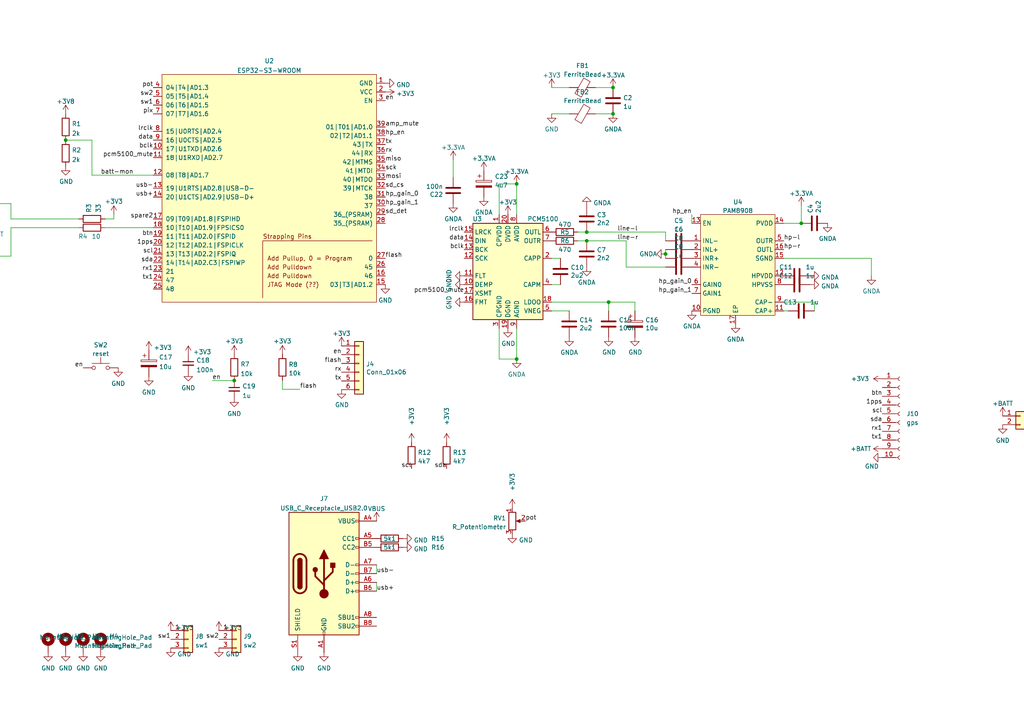
<source format=kicad_sch>
(kicad_sch (version 20230121) (generator eeschema)
  (paper "A4")
  (junction (at 324.485 113.03))
  (junction (at 339.725 165.1))
  (junction (at 176.53 87.63))
  (junction (at 177.8 33.02))
  (junction (at 177.8 25.4))
  (junction (at 19.05 40.64))
  (junction (at 149.86 53.34))
  (junction (at 193.04 73.66))
  (junction (at 365.76 123.19))
  (junction (at 67.945 110.363))
  (junction (at 170.18 67.31))
  (junction (at 149.86 104.14))
  (junction (at 170.18 69.85))
  (junction (at 232.41 64.77))
  (junction (at 347.345 123.19))
  (wire (pts (xy 347.345 123.19) (xy 358.14 123.19)))
  (wire (pts (xy 193.04 72.39) (xy 193.04 73.66)))
  (wire (pts (xy 314.96 204.47) (xy 322.58 204.47)))
  (wire (pts (xy 316.23 220.98) (xy 322.58 220.98)))
  (wire (pts (xy 160.02 33.02) (xy 165.1 33.02)))
  (wire (pts (xy 176.53 87.63) (xy 184.15 87.63)))
  (wire (pts (xy 232.41 59.69) (xy 232.41 64.77)))
  (wire (pts (xy 332.74 201.93) (xy 339.09 201.93)))
  (wire (pts (xy 332.74 218.44) (xy 337.82 218.44)))
  (wire (pts (xy 309.88 172.72) (xy 309.88 173.355)))
  (wire (pts (xy 304.8 66.04) (xy 307.34 66.04)))
  (wire (pts (xy 131.445 46.355) (xy 131.445 51.435)))
  (wire (pts (xy 160.02 82.55) (xy 162.56 82.55)))
  (wire (pts (xy 181.61 69.85) (xy 181.61 77.47)))
  (wire (pts (xy 61.595 110.363) (xy 67.945 110.363)))
  (wire (pts (xy 26.67 50.8) (xy 26.67 40.64)))
  (wire (pts (xy 3.175 66.04) (xy 3.175 74.295)))
  (wire (pts (xy 334.645 123.19) (xy 347.345 123.19)))
  (wire (pts (xy 22.86 66.04) (xy 3.175 66.04)))
  (wire (pts (xy 304.8 77.47) (xy 307.34 77.47)))
  (wire (pts (xy 336.55 170.18) (xy 339.725 170.18)))
  (wire (pts (xy 334.645 118.11) (xy 351.155 118.11)))
  (wire (pts (xy 336.55 165.1) (xy 339.725 165.1)))
  (wire (pts (xy 200.66 62.23) (xy 200.66 64.77)))
  (wire (pts (xy 316.23 172.72) (xy 309.88 172.72)))
  (wire (pts (xy 227.33 64.77) (xy 232.41 64.77)))
  (wire (pts (xy 170.18 67.31) (xy 193.04 67.31)))
  (wire (pts (xy 324.485 113.03) (xy 325.12 113.03)))
  (wire (pts (xy 322.58 113.03) (xy 322.58 111.76)))
  (wire (pts (xy 184.15 87.63) (xy 184.15 90.17)))
  (wire (pts (xy 236.22 87.63) (xy 236.22 90.17)))
  (wire (pts (xy 227.33 74.93) (xy 252.73 74.93)))
  (wire (pts (xy 109.22 168.91) (xy 109.22 171.45)))
  (wire (pts (xy 160.02 25.4) (xy 165.1 25.4)))
  (wire (pts (xy 137.795 -8.89) (xy 148.59 -8.89)))
  (wire (pts (xy 149.86 53.34) (xy 144.78 53.34)))
  (wire (pts (xy 81.915 112.903) (xy 81.915 110.363)))
  (wire (pts (xy 134.62 -24.13) (xy 134.62 -27.94)))
  (wire (pts (xy 30.48 63.5) (xy 33.02 63.5)))
  (wire (pts (xy 252.73 74.93) (xy 252.73 80.01)))
  (wire (pts (xy 3.175 74.295) (xy -13.335 74.295)))
  (wire (pts (xy 22.86 63.5) (xy 3.175 63.5)))
  (wire (pts (xy 304.8 82.55) (xy 307.34 82.55)))
  (wire (pts (xy 149.86 95.25) (xy 149.86 104.14)))
  (wire (pts (xy 160.02 90.17) (xy 165.1 90.17)))
  (wire (pts (xy 172.72 33.02) (xy 177.8 33.02)))
  (wire (pts (xy 167.64 69.85) (xy 170.18 69.85)))
  (wire (pts (xy 314.325 165.1) (xy 316.23 165.1)))
  (wire (pts (xy 30.48 66.04) (xy 44.45 66.04)))
  (wire (pts (xy 33.02 62.23) (xy 33.02 63.5)))
  (wire (pts (xy 181.61 69.85) (xy 170.18 69.85)))
  (wire (pts (xy 322.58 113.03) (xy 324.485 113.03)))
  (wire (pts (xy 160.02 87.63) (xy 176.53 87.63)))
  (wire (pts (xy 144.78 53.34) (xy 144.78 62.23)))
  (wire (pts (xy 304.8 71.12) (xy 307.34 71.12)))
  (wire (pts (xy 167.64 67.31) (xy 170.18 67.31)))
  (wire (pts (xy 317.5 80.01) (xy 328.93 80.01)))
  (wire (pts (xy 3.175 63.5) (xy 3.175 59.055)))
  (wire (pts (xy 176.53 90.17) (xy 176.53 87.63)))
  (wire (pts (xy 193.04 67.31) (xy 193.04 69.85)))
  (wire (pts (xy 144.78 95.25) (xy 144.78 104.14)))
  (wire (pts (xy 227.33 87.63) (xy 236.22 87.63)))
  (wire (pts (xy 317.5 68.58) (xy 323.85 68.58)))
  (wire (pts (xy 181.61 77.47) (xy 193.04 77.47)))
  (wire (pts (xy 44.45 50.8) (xy 26.67 50.8)))
  (wire (pts (xy 172.72 25.4) (xy 177.8 25.4)))
  (wire (pts (xy 227.33 90.17) (xy 228.6 90.17)))
  (wire (pts (xy 328.93 74.93) (xy 323.85 74.93)))
  (wire (pts (xy 26.67 40.64) (xy 19.05 40.64)))
  (wire (pts (xy 149.86 53.34) (xy 149.86 62.23)))
  (wire (pts (xy 3.175 59.055) (xy -13.335 59.055)))
  (wire (pts (xy 148.59 -24.13) (xy 134.62 -24.13)))
  (wire (pts (xy 144.78 104.14) (xy 149.86 104.14)))
  (wire (pts (xy 323.85 74.93) (xy 323.85 68.58)))
  (wire (pts (xy 109.22 163.83) (xy 109.22 166.37)))
  (wire (pts (xy 193.04 73.66) (xy 193.04 74.93)))
  (wire (pts (xy 160.02 74.93) (xy 162.56 74.93)))
  (wire (pts (xy 309.88 167.64) (xy 316.23 167.64)))
  (wire (pts (xy 311.15 123.19) (xy 314.325 123.19)))
  (wire (pts (xy 339.725 170.18) (xy 339.725 165.1)))
  (wire (pts (xy 312.42 158.75) (xy 312.42 158.115)))
  (wire (pts (xy 86.995 112.903) (xy 81.915 112.903)))
  (text "500mA" (at 329.565 178.435 0) (effects (font (size 1.27 1.27)) (justify left bottom)))
  (label "sda" (at 44.45 76.2 180))
  (label "1pps" (at 44.45 71.12 180))
  (label "sd_cs" (at 148.59 -29.21 180))
  (label "hp_en" (at 200.66 62.23 180))
  (label "sd_det" (at 137.795 -8.89 180))
  (label "pot" (at 44.45 25.4 180))
  (label "tx" (at 111.76 41.91 0))
  (label "pix" (at 44.45 33.02 180))
  (label "rx1" (at 255.905 125.095 180))
  (label "sd_cs" (at 111.76 54.61 0))
  (label "hp_gain_1" (at 111.76 59.69 0))
  (label "hp-l" (at 227.33 69.85 0))
  (label "scl" (at 119.38 135.89 180))
  (label "sw2" (at 63.5 185.42 180))
  (label "mosi" (at 111.76 52.07 0))
  (label "rx" (at 111.76 44.45 0))
  (label "line-r" (at 304.8 77.47 180))
  (label "hp-r" (at 304.8 82.55 180))
  (label "btn" (at 44.45 68.58 180))
  (label "usb+" (at 109.22 171.45 0))
  (label "rx" (at 99.06 107.95 180))
  (label "miso" (at 148.59 -16.51 180))
  (label "scl" (at 44.45 73.66 180))
  (label "pcm5100_mute" (at 44.45 45.72 180))
  (label "bclk" (at 44.45 43.18 180))
  (label "hp_gain_0" (at 200.66 82.55 180))
  (label "hp_en" (at 111.76 39.37 0))
  (label "hp-l" (at 304.8 71.12 180))
  (label "en" (at 61.595 110.363 0))
  (label "sw1" (at 44.45 30.48 180))
  (label "miso" (at 111.76 46.99 0))
  (label "rx1" (at 44.45 78.74 180))
  (label "btn" (at 255.905 114.935 180))
  (label "lrclk" (at 44.45 38.1 180))
  (label "sw2" (at 44.45 27.94 180))
  (label "1pps" (at 255.905 117.475 180))
  (label "amp_mute" (at 111.76 36.83 0))
  (label "mosi" (at 148.59 -26.67 180))
  (label "usb-" (at 44.45 54.61 180))
  (label "usb-" (at 109.22 166.37 0))
  (label "data" (at 44.45 40.64 180))
  (label "spare2" (at 44.45 63.5 180))
  (label "en" (at 24.13 106.68 180))
  (label "bclk" (at 134.62 72.39 180))
  (label "data" (at 134.62 69.85 180))
  (label "scl" (at 255.905 120.015 180))
  (label "usb+" (at 44.45 57.15 180))
  (label "pcm5100_mute" (at 134.62 85.09 180))
  (label "flash" (at 99.06 105.41 180))
  (label "tx1" (at 44.45 81.28 180))
  (label "sda" (at 129.54 135.89 180))
  (label "hp_gain_1" (at 200.66 85.09 180))
  (label "sw1" (at 49.53 185.42 180))
  (label "sck" (at 111.76 49.53 0))
  (label "en" (at 99.06 102.87 180))
  (label "flash" (at 111.76 74.93 0))
  (label "tx" (at 99.06 110.49 180))
  (label "en" (at 111.76 29.21 0))
  (label "sd_det" (at 111.76 62.23 0))
  (label "batt-mon" (at 29.21 50.8 0))
  (label "sda" (at 255.905 122.555 180))
  (label "tx1" (at 255.905 127.635 180))
  (label "line-l" (at 179.07 67.31 0))
  (label "sck" (at 148.59 -21.59 180))
  (label "line-l" (at 304.8 66.04 180))
  (label "lrclk" (at 134.62 67.31 180))
  (label "hp-r" (at 227.33 72.39 0))
  (label "hp_gain_0" (at 111.76 57.15 0))
  (label "flash" (at 86.995 112.903 0))
  (label "line-r" (at 179.07 69.85 0))
  (label "pot" (at 152.4 151.13 0))
  (symbol (lib_id "power:+3V8") (at 339.09 201.93 0) (unit 1)
    (property "Reference" "#PWR092" (effects hide))
    (property "Value" "+3V8" (at 339.09 198.3255 0))
  )
  (symbol (lib_id "Device:C") (at 231.14 82.55 90) (unit 1)
    (property "Reference" "C12" (at 229.87 80.01 90) (effects (justify left)))
    (property "Value" "1u" (at 236.22 80.01 90) (effects (justify left)))
    (property "Footprint" "synkie_footprints:C_0603_1608Metric_Pad1.05x0.95mm_HandSolder" (effects hide))
  )
  (symbol (lib_id "nime2020-library:CP") (at 140.335 53.34 0) (unit 1)
    (property "Reference" "C23" (at 143.51 51.181 0) (effects (justify left)))
    (property "Value" "4u7" (at 143.51 53.721 0) (effects (justify left)))
    (property "Footprint" "synkie_footprints:C_1206_3216Metric_Pad1.42x1.75mm_HandSolder" (effects hide))
  )
  (symbol (lib_id "Device:C") (at 170.18 63.5 0) (unit 1)
    (property "Reference" "C3" (at 173.101 62.3316 0) (effects (justify left)))
    (property "Value" "2n2" (at 173.101 64.643 0) (effects (justify left)))
    (property "Footprint" "synkie_footprints:C_0805_2012Metric_Pad1.15x1.40mm_HandSolder" (effects hide))
  )
  (symbol (lib_id "power:GNDA") (at 149.86 104.14 0) (unit 1)
    (property "Reference" "#PWR044" (effects hide))
    (property "Value" "GNDA" (at 149.86 108.5834 0))
  )
  (symbol (lib_id "Device:LED") (at 347.345 127 90) (unit 1)
    (property "Reference" "D2" (at 350.266 127.679 90) (effects (justify right)))
    (property "Value" "RDY" (at 350.266 130.4541 90) (effects (justify right)))
    (property "Footprint" "LED_SMD:LED_0805_2012Metric" (effects hide))
  )
  (symbol (lib_id "Mechanical:MountingHole_Pad") (at 29.21 186.69 0) (unit 1)
    (property "Reference" "H4" (at 31.75 184.5115 0) (effects (justify left)))
    (property "Value" "MountingHole_Pad" (at 26.67 184.8736 0) (effects (justify left)))
    (property "Footprint" "MountingHole:MountingHole_2.7mm_M2.5_DIN965_Pad" (effects hide))
  )
  (symbol (lib_id "power:+BATT") (at 316.23 220.98 0) (unit 1)
    (property "Reference" "#PWR095" (effects hide))
    (property "Value" "+BATT" (at 316.23 217.3755 0))
  )
  (symbol (lib_id "nime2020-library:+3V3") (at 134.62 -27.94 0) (unit 1)
    (property "Reference" "#PWR01" (effects hide))
    (property "Value" "+3V3" (at 136.017 -28.7762 0) (effects (justify left)))
  )
  (symbol (lib_id "Connector:USB_C_Receptacle_USB2.0") (at 93.98 166.37 0) (unit 1)
    (property "Reference" "J7" (at 93.98 144.6235 0))
    (property "Value" "USB_C_Receptacle_USB2.0" (at 93.98 147.3986 0))
    (property "Footprint" "Anyma06:JAE_USB-C_SJ122205" (effects hide))
    (property "Datasheet" "https://www.usb.org/sites/default/files/documents/usb_type-c.zip" (effects hide))
  )
  (symbol (lib_id "power:+BATT") (at 255.905 130.175 90) (unit 1)
    (property "Reference" "#PWR056" (effects hide))
    (property "Value" "+BATT" (at 252.73 130.175 90) (effects (justify left)))
  )
  (symbol (lib_id "power:GND") (at 324.485 128.27 0) (unit 1)
    (property "Reference" "#PWR061" (effects hide))
    (property "Value" "GND" (at 324.485 132.8325 0))
  )
  (symbol (lib_id "power:+3V8") (at 19.05 33.02 0) (unit 1)
    (property "Reference" "#PWR012" (effects hide))
    (property "Value" "+3V8" (at 19.05 29.4155 0))
  )
  (symbol (lib_id "power:+3.3VA") (at 140.335 49.53 0) (unit 1)
    (property "Reference" "#PWR051" (effects hide))
    (property "Value" "+3.3VA" (at 140.335 45.9542 0))
  )
  (symbol (lib_id "0_aaaaa_yeah:R") (at 365.76 119.38 0) (unit 1)
    (property "Reference" "R9" (at 367.538 118.4715 0) (effects (justify left)))
    (property "Value" "2k" (at 367.538 121.2466 0) (effects (justify left)))
    (property "Footprint" "synkie_footprints:R_0805_2012Metric_Pad1.15x1.40mm_HandSolder" (effects hide))
  )
  (symbol (lib_id "power:GND") (at 203.2 -13.97 0) (unit 1)
    (property "Reference" "#PWR04" (effects hide))
    (property "Value" "GND" (at 203.327 -9.5758 0))
  )
  (symbol (lib_id "synkie_symbols:C_Small") (at 67.945 112.903 0) (unit 1)
    (property "Reference" "C19" (at 70.2691 112.0008 0) (effects (justify left)))
    (property "Value" "1u" (at 70.2691 114.7759 0) (effects (justify left)))
    (property "Footprint" "synkie_footprints:C_0603_1608Metric_Pad1.05x0.95mm_HandSolder" (effects hide))
  )
  (symbol (lib_id "power:GND") (at 116.84 156.21 90) (unit 1)
    (property "Reference" "#PWR076" (effects hide))
    (property "Value" "GND" (at 120.015 156.689 90) (effects (justify right)))
  )
  (symbol (lib_id "Connector_Generic:Conn_01x02") (at 295.91 120.65 0) (unit 1)
    (property "Reference" "J5" (at 297.942 121.0115 0) (effects (justify left)))
    (property "Value" "CELL_1" (at 297.942 123.7866 0) (effects (justify left)))
    (property "Footprint" "Connector_JST:JST_XH_B2B-XH-AM_1x02_P2.50mm_Vertical" (effects hide))
  )
  (symbol (lib_id "Device:R") (at 26.67 63.5 90) (unit 1)
    (property "Reference" "R3" (at 25.7615 61.722 0) (effects (justify left)))
    (property "Value" "33" (at 28.5366 61.722 0) (effects (justify left)))
    (property "Footprint" "synkie_footprints:R_0805_2012Metric_Pad1.15x1.40mm_HandSolder" (effects hide))
  )
  (symbol (lib_id "power:GND") (at 99.06 113.03 0) (unit 1)
    (property "Reference" "#PWR050" (effects hide))
    (property "Value" "GND" (at 99.187 117.4242 0))
  )
  (symbol (lib_id "power:GND") (at 148.59 -19.05 270) (unit 1)
    (property "Reference" "#PWR03" (effects hide))
    (property "Value" "GND" (at 144.1958 -18.923 0))
  )
  (symbol (lib_id "Device:C") (at 162.56 78.74 0) (unit 1)
    (property "Reference" "C10" (at 165.481 77.5716 0) (effects (justify left)))
    (property "Value" "2u2" (at 165.481 79.883 0) (effects (justify left)))
    (property "Footprint" "synkie_footprints:C_1206_3216Metric_Pad1.42x1.75mm_HandSolder" (effects hide))
  )
  (symbol (lib_id "power:+3V3") (at 148.59 147.32 0) (unit 1)
    (property "Reference" "#PWR071" (effects hide))
    (property "Value" "+3V3" (at 148.59 137.16 90) (effects (justify right)))
  )
  (symbol (lib_id "power:GNDA") (at 234.95 82.55 90) (unit 1)
    (property "Reference" "#PWR030" (effects hide))
    (property "Value" "GNDA" (at 238.125 82.9838 90) (effects (justify right)))
  )
  (symbol (lib_id "Device:C") (at 196.85 74.93 90) (unit 1)
    (property "Reference" "C8" (at 196.85 69.0712 90))
    (property "Value" "1u" (at 196.85 71.6081 90))
    (property "Footprint" "synkie_footprints:C_0603_1608Metric_Pad1.05x0.95mm_HandSolder" (effects hide))
  )
  (symbol (lib_id "power:GND") (at 29.21 189.23 0) (unit 1)
    (property "Reference" "#PWR089" (effects hide))
    (property "Value" "GND" (at 29.21 193.7925 0))
  )
  (symbol (lib_id "power:GNDA") (at 170.18 59.69 180) (unit 1)
    (property "Reference" "#PWR018" (effects hide))
    (property "Value" "GNDA" (at 172.085 58.8538 0) (effects (justify right)))
  )
  (symbol (lib_id "power:GNDA") (at 240.03 64.77 0) (unit 1)
    (property "Reference" "#PWR022" (effects hide))
    (property "Value" "GNDA" (at 240.03 69.2134 0))
  )
  (symbol (lib_id "power:+3V3") (at 49.53 182.88 0) (unit 1)
    (property "Reference" "#PWR082" (effects hide))
    (property "Value" "+3V3" (at 50.927 182.0438 0) (effects (justify left)))
  )
  (symbol (lib_id "Device:C") (at 232.41 90.17 90) (unit 1)
    (property "Reference" "C13" (at 231.14 87.63 90) (effects (justify left)))
    (property "Value" "1u" (at 237.49 87.63 90) (effects (justify left)))
    (property "Footprint" "synkie_footprints:C_0603_1608Metric_Pad1.05x0.95mm_HandSolder" (effects hide))
  )
  (symbol (lib_id "Device:C") (at 309.88 177.165 0) (unit 1)
    (property "Reference" "C21" (at 312.801 176.2565 0) (effects (justify left)))
    (property "Value" "470p" (at 312.801 179.0316 0) (effects (justify left)))
    (property "Footprint" "synkie_footprints:C_0805_2012Metric_Pad1.15x1.40mm_HandSolder" (effects hide))
  )
  (symbol (lib_id "Switch:SW_DPDT_x2") (at 327.66 204.47 0) (unit 1)
    (property "Reference" "SW3" (at 327.66 197.8492 0))
    (property "Value" "SW_DPDT_x2" (at 327.66 200.3861 0))
    (property "Footprint" "Anyma06:JS202011SCQN" (effects hide))
  )
  (symbol (lib_id "power:GND") (at 255.905 132.715 270) (unit 1)
    (property "Reference" "#PWR097" (effects hide))
    (property "Value" "GND" (at 250.825 135.255 90) (effects (justify left)))
  )
  (symbol (lib_id "power:+3V3") (at 129.54 128.27 0) (unit 1)
    (property "Reference" "#PWR060" (effects hide))
    (property "Value" "+3V3" (at 129.54 118.11 90) (effects (justify right)))
  )
  (symbol (lib_id "AnymaLib-06:PAM8908") (at 209.55 88.9 0) (unit 1)
    (property "Reference" "U4" (at 213.995 58.581 0))
    (property "Value" "PAM8908" (at 213.995 61.1179 0))
    (property "Footprint" "Package_DFN_QFN:QFN-16-1EP_3x3mm_P0.5mm_EP1.7x1.7mm" (effects hide))
  )
  (symbol (lib_id "Device:LED") (at 361.95 123.19 0) (unit 1)
    (property "Reference" "D1" (at 360.3625 117.9535 0))
    (property "Value" "CHRG" (at 360.3625 120.7286 0))
    (property "Footprint" "LED_SMD:LED_0805_2012Metric" (effects hide))
  )
  (symbol (lib_id "power:+BATT") (at 314.96 204.47 0) (unit 1)
    (property "Reference" "#PWR093" (effects hide))
    (property "Value" "+BATT" (at 314.96 200.8655 0))
  )
  (symbol (lib_id "Device:C") (at 176.53 93.98 0) (unit 1)
    (property "Reference" "C15" (at 179.451 92.8116 0) (effects (justify left)))
    (property "Value" "100n" (at 179.451 95.123 0) (effects (justify left)))
    (property "Footprint" "synkie_footprints:C_0603_1608Metric_Pad1.05x0.95mm_HandSolder" (effects hide))
  )
  (symbol (lib_id "Device:FerriteBead") (at 168.91 25.4 270) (unit 1)
    (property "Reference" "FB1" (at 168.9608 19.0586 90))
    (property "Value" "FerriteBead" (at 168.9608 21.5955 90))
    (property "Footprint" "synkie_footprints:L_0805_2012Metric_Pad1.15x1.40mm_HandSolder" (effects hide))
  )
  (symbol (lib_id "power:GND") (at 67.945 115.443 0) (unit 1)
    (property "Reference" "#PWR052" (effects hide))
    (property "Value" "GND" (at 67.945 120.0055 0))
  )
  (symbol (lib_id "Switch:SW_DPDT_x2") (at 312.42 68.58 0) (mirror y) (unit 1)
    (property "Reference" "SW1" (at 312.42 61.9592 0))
    (property "Value" "SW_DPDT_x2" (at 312.42 64.4961 0))
    (property "Footprint" "Anyma06:JS202011SCQN" (effects hide))
  )
  (symbol (lib_id "power:GND") (at 49.53 187.96 0) (unit 1)
    (property "Reference" "#PWR084" (effects hide))
    (property "Value" "GND" (at 51.435 189.709 0) (effects (justify left)))
  )
  (symbol (lib_id "power:GND") (at 24.13 189.23 0) (unit 1)
    (property "Reference" "#PWR088" (effects hide))
    (property "Value" "GND" (at 24.13 193.7925 0))
  )
  (symbol (lib_id "power:GNDA") (at 165.1 97.79 0) (unit 1)
    (property "Reference" "#PWR036" (effects hide))
    (property "Value" "GNDA" (at 165.1 102.2334 0))
  )
  (symbol (lib_id "Connector:Micro_SD_Card_Det_Hirose_DM3AT") (at 171.45 -21.59 0) (unit 1)
    (property "Reference" "J6" (at 172.085 -41.91 0))
    (property "Value" "Micro_SD_Card_Det_Hirose_DM3AT" (at 172.085 -39.37 0))
    (property "Footprint" "Connector_Card:microSD_HC_Hirose_DM3BT-DSF-PEJS" (effects hide))
    (property "Datasheet" "https://www.hirose.com/product/en/download_file/key_name/DM3/category/Catalog/doc_file_id/49662/?file_category_id=4&item_id=195&is_series=1" (effects hide))
  )
  (symbol (lib_id "power:+3V3") (at 81.915 102.743 0) (unit 1)
    (property "Reference" "#PWR042" (effects hide))
    (property "Value" "+3V3" (at 81.915 98.933 0))
  )
  (symbol (lib_id "Mechanical:MountingHole_Pad") (at 13.97 186.69 0) (unit 1)
    (property "Reference" "H1" (at 16.51 184.5115 0) (effects (justify left)))
    (property "Value" "MountingHole_Pad" (at 11.43 184.8736 0) (effects (justify left)))
    (property "Footprint" "MountingHole:MountingHole_2.7mm_M2.5_DIN965_Pad" (effects hide))
  )
  (symbol (lib_id "0_aaaaa_yeah:R") (at 311.15 127 0) (unit 1)
    (property "Reference" "R10" (at 312.928 126.0915 0) (effects (justify left)))
    (property "Value" "2k" (at 312.928 128.8666 0) (effects (justify left)))
    (property "Footprint" "synkie_footprints:R_0805_2012Metric_Pad1.15x1.40mm_HandSolder" (effects hide))
  )
  (symbol (lib_id "Audio:PCM5100") (at 147.32 77.47 0) (unit 1)
    (property "Reference" "U3" (at 138.43 63.5 0))
    (property "Value" "PCM5100" (at 157.48 63.5 0))
    (property "Footprint" "Package_SO:TSSOP-20_4.4x6.5mm_P0.65mm" (effects hide))
    (property "Datasheet" "http://www.ti.com/lit/ds/symlink/pcm5100.pdf" (effects hide))
  )
  (symbol (lib_id "power:GND") (at 93.98 189.23 0) (unit 1)
    (property "Reference" "#PWR091" (effects hide))
    (property "Value" "GND" (at 93.98 193.7925 0))
  )
  (symbol (lib_id "power:GND") (at 13.97 189.23 0) (unit 1)
    (property "Reference" "#PWR086" (effects hide))
    (property "Value" "GND" (at 13.97 193.7925 0))
  )
  (symbol (lib_id "power:+3V8") (at 337.82 218.44 0) (unit 1)
    (property "Reference" "#PWR094" (effects hide))
    (property "Value" "+3V8" (at 337.82 214.8355 0))
  )
  (symbol (lib_id "power:GND") (at 19.05 48.26 0) (unit 1)
    (property "Reference" "#PWR016" (effects hide))
    (property "Value" "GND" (at 19.177 52.6542 0))
  )
  (symbol (lib_id "Device:FerriteBead") (at 168.91 33.02 270) (unit 1)
    (property "Reference" "FB2" (at 168.9608 26.6786 90))
    (property "Value" "FerriteBead" (at 168.9608 29.2155 90))
    (property "Footprint" "synkie_footprints:L_0805_2012Metric_Pad1.15x1.40mm_HandSolder" (effects hide))
  )
  (symbol (lib_id "power:GND") (at 191.77 -8.89 0) (unit 1)
    (property "Reference" "#PWR05" (effects hide))
    (property "Value" "GND" (at 191.897 -4.4958 0))
  )
  (symbol (lib_id "power:GND") (at 111.76 82.55 0) (unit 1)
    (property "Reference" "#PWR028" (effects hide))
    (property "Value" "GND" (at 111.76 87.1125 0))
  )
  (symbol (lib_id "Device:C") (at 170.18 73.66 0) (unit 1)
    (property "Reference" "C7" (at 173.101 72.4916 0) (effects (justify left)))
    (property "Value" "2n2" (at 173.101 74.803 0) (effects (justify left)))
    (property "Footprint" "synkie_footprints:C_0805_2012Metric_Pad1.15x1.40mm_HandSolder" (effects hide))
  )
  (symbol (lib_id "power:+BATT") (at 351.155 118.11 0) (unit 1)
    (property "Reference" "#PWR055" (effects hide))
    (property "Value" "+BATT" (at 351.155 114.5055 0))
  )
  (symbol (lib_id "power:+3V3") (at 67.945 102.743 0) (unit 1)
    (property "Reference" "#PWR041" (effects hide))
    (property "Value" "+3V3" (at 67.945 98.933 0))
  )
  (symbol (lib_id "0_aaaaa_yeah:R") (at 81.915 106.553 0) (unit 1)
    (property "Reference" "R8" (at 83.693 105.7183 0) (effects (justify left)))
    (property "Value" "10k" (at 83.693 108.2552 0) (effects (justify left)))
    (property "Footprint" "synkie_footprints:R_0805_2012Metric_Pad1.15x1.40mm_HandSolder" (effects hide))
  )
  (symbol (lib_id "AnymaLib-06:TC1263") (at 326.39 167.64 0) (unit 1)
    (property "Reference" "U8" (at 326.39 158.6443 0))
    (property "Value" "TC1263" (at 326.39 161.4194 0))
    (property "Footprint" "synkie_footprints:SOIC-8_3.9x4.9mm_P1.27mm" (effects hide))
  )
  (symbol (lib_id "Battery_Management:MCP73831-2-OT") (at 324.485 120.65 0) (unit 1)
    (property "Reference" "U6" (at 326.5044 111.6035 0) (effects (justify left)))
    (property "Value" "MCP73831-2-OT" (at 326.5044 114.3786 0) (effects (justify left)))
    (property "Footprint" "Package_TO_SOT_SMD:SOT-23-5" (effects hide))
    (property "Datasheet" "http://ww1.microchip.com/downloads/en/DeviceDoc/20001984g.pdf" (effects hide))
  )
  (symbol (lib_id "AnymaLib-06:ESP32-S3-WROOM") (at 78.74 54.61 0) (unit 1)
    (property "Reference" "U2" (at 78.105 17.6743 0))
    (property "Value" "ESP32-S3-WROOM" (at 78.105 20.4494 0))
    (property "Footprint" "2022_midi_controller:ESP32-S3-WROOM" (effects hide))
  )
  (symbol (lib_id "Device:C") (at 236.22 64.77 90) (unit 1)
    (property "Reference" "C4" (at 235.0516 61.849 0) (effects (justify left)))
    (property "Value" "2u2" (at 237.363 61.849 0) (effects (justify left)))
    (property "Footprint" "synkie_footprints:C_0805_2012Metric_Pad1.15x1.40mm_HandSolder" (effects hide))
  )
  (symbol (lib_id "Connector_Generic:Conn_01x06") (at 104.14 105.41 0) (unit 1)
    (property "Reference" "J4" (at 106.172 105.6132 0) (effects (justify left)))
    (property "Value" "Conn_01x06" (at 106.172 107.9246 0) (effects (justify left)))
    (property "Footprint" "Anyma06:AnymaPOGO-ESP" (effects hide))
  )
  (symbol (lib_id "power:GNDA") (at 140.335 57.15 0) (unit 1)
    (property "Reference" "#PWR053" (effects hide))
    (property "Value" "GNDA" (at 140.335 61.5934 0))
  )
  (symbol (lib_id "power:GNDA") (at 234.95 80.01 90) (unit 1)
    (property "Reference" "#PWR026" (effects hide))
    (property "Value" "GNDA" (at 238.125 80.4438 90) (effects (justify right)))
  )
  (symbol (lib_id "Device:R") (at 19.05 36.83 0) (unit 1)
    (property "Reference" "R1" (at 20.828 35.9215 0) (effects (justify left)))
    (property "Value" "2k" (at 20.828 38.6966 0) (effects (justify left)))
    (property "Footprint" "synkie_footprints:R_0805_2012Metric_Pad1.15x1.40mm_HandSolder" (effects hide))
  )
  (symbol (lib_id "power:+3V3") (at 63.5 182.88 0) (unit 1)
    (property "Reference" "#PWR083" (effects hide))
    (property "Value" "+3V3" (at 64.897 182.0438 0) (effects (justify left)))
  )
  (symbol (lib_id "Connector_Generic:Conn_01x03") (at 54.61 185.42 0) (unit 1)
    (property "Reference" "J8" (at 56.642 184.5853 0) (effects (justify left)))
    (property "Value" "sw1" (at 56.642 187.1222 0) (effects (justify left)))
    (property "Footprint" "anyma_footprints:ComboPinhead_03" (effects hide))
  )
  (symbol (lib_id "power:GND") (at 290.83 123.19 0) (unit 1)
    (property "Reference" "#PWR058" (effects hide))
    (property "Value" "GND" (at 290.83 127.7525 0))
  )
  (symbol (lib_id "nime2020-library:+3V3") (at 147.32 62.23 0) (unit 1)
    (property "Reference" "#PWR021" (effects hide))
    (property "Value" "+3V3" (at 147.32 58.6542 0))
  )
  (symbol (lib_id "power:+3V3") (at 43.18 101.6 0) (unit 1)
    (property "Reference" "#PWR040" (effects hide))
    (property "Value" "+3V3" (at 44.577 100.809 0) (effects (justify left)))
  )
  (symbol (lib_id "power:GNDA") (at 200.66 90.17 0) (unit 1)
    (property "Reference" "#PWR033" (effects hide))
    (property "Value" "GNDA" (at 200.66 94.6134 0))
  )
  (symbol (lib_id "nime2020-library:CP") (at 43.18 105.41 0) (unit 1)
    (property "Reference" "C17" (at 46.101 103.6125 0) (effects (justify left)))
    (property "Value" "10u" (at 46.101 106.3876 0) (effects (justify left)))
    (property "Footprint" "synkie_footprints:C_1206_3216Metric_Pad1.42x1.75mm_HandSolder" (effects hide))
  )
  (symbol (lib_id "power:GND") (at 134.62 87.63 270) (unit 1)
    (property "Reference" "#PWR032" (effects hide))
    (property "Value" "GND" (at 130.2258 87.757 0))
  )
  (symbol (lib_id "power:GNDA") (at 193.04 73.66 270) (unit 1)
    (property "Reference" "#PWR023" (effects hide))
    (property "Value" "GNDA" (at 185.42 73.66 90) (effects (justify left)))
  )
  (symbol (lib_id "power:+3V8") (at 339.725 165.1 0) (unit 1)
    (property "Reference" "#PWR079" (effects hide))
    (property "Value" "+3V8" (at 339.725 161.4955 0))
  )
  (symbol (lib_id "power:+3.3VA") (at 149.86 53.34 0) (unit 1)
    (property "Reference" "#PWR017" (effects hide))
    (property "Value" "+3.3VA" (at 149.86 49.7642 0))
  )
  (symbol (lib_id "Connector:AudioJack3_SwitchTR") (at 334.01 80.01 180) (unit 1)
    (property "Reference" "J3" (at 341.122 75.7682 0) (effects (justify right)))
    (property "Value" "out" (at 341.122 78.0796 0) (effects (justify right)))
    (property "Footprint" "anyma_footprints:Jack_3.5mm_SMD" (effects hide))
  )
  (symbol (lib_id "Connector_Generic:Conn_01x03") (at 68.58 185.42 0) (unit 1)
    (property "Reference" "J9" (at 70.612 184.5853 0) (effects (justify left)))
    (property "Value" "sw2" (at 70.612 187.1222 0) (effects (justify left)))
    (property "Footprint" "anyma_footprints:ComboPinhead_03" (effects hide))
  )
  (symbol (lib_id "0_aaaaa_yeah:R") (at 129.54 132.08 0) (unit 1)
    (property "Reference" "R13" (at 131.318 131.2453 0) (effects (justify left)))
    (property "Value" "4k7" (at 131.318 133.7822 0) (effects (justify left)))
    (property "Footprint" "synkie_footprints:R_0805_2012Metric_Pad1.15x1.40mm_HandSolder" (effects hide))
  )
  (symbol (lib_id "power:GNDA") (at 252.73 80.01 0) (unit 1)
    (property "Reference" "#PWR027" (effects hide))
    (property "Value" "GNDA" (at 252.73 84.4534 0))
  )
  (symbol (lib_id "Switch:SW_DPDT_x2") (at 327.66 220.98 0) (unit 2)
    (property "Reference" "SW3" (at 327.66 214.3592 0))
    (property "Value" "SW_DPDT_x2" (at 327.66 216.8961 0))
    (property "Footprint" "Anyma06:JS202011SCQN" (effects hide))
  )
  (symbol (lib_id "power:GND") (at 365.76 130.81 0) (unit 1)
    (property "Reference" "#PWR064" (effects hide))
    (property "Value" "GND" (at 365.76 135.3725 0))
  )
  (symbol (lib_id "power:VBUS") (at 109.22 151.13 0) (unit 1)
    (property "Reference" "#PWR073" (effects hide))
    (property "Value" "VBUS" (at 109.22 147.5542 0))
  )
  (symbol (lib_id "0_aaaaa_yeah:R") (at 113.03 156.21 90) (unit 1)
    (property "Reference" "R15" (at 127 156.21 90))
    (property "Value" "5k1" (at 113.03 156.21 90))
    (property "Footprint" "synkie_footprints:R_0805_2012Metric_Pad1.15x1.40mm_HandSolder" (effects hide))
  )
  (symbol (lib_id "power:GNDA") (at 177.8 33.02 0) (unit 1)
    (property "Reference" "#PWR014" (effects hide))
    (property "Value" "GNDA" (at 177.8 37.4634 0))
  )
  (symbol (lib_id "power:+3V3") (at 99.06 100.33 0) (unit 1)
    (property "Reference" "#PWR039" (effects hide))
    (property "Value" "+3V3" (at 99.06 96.7255 0))
  )
  (symbol (lib_id "power:+3.3VA") (at 177.8 25.4 0) (unit 1)
    (property "Reference" "#PWR010" (effects hide))
    (property "Value" "+3.3VA" (at 177.8 21.8242 0))
  )
  (symbol (lib_id "Connector:Conn_01x10_Socket") (at 260.985 120.015 0) (unit 1)
    (property "Reference" "J10" (at 262.89 120.015 0) (effects (justify left)))
    (property "Value" "gps" (at 262.89 122.555 0) (effects (justify left)))
    (property "Footprint" "anyma_footprints:ComboPinhead_10" (effects hide))
  )
  (symbol (lib_id "power:GND") (at 176.53 97.79 0) (unit 1)
    (property "Reference" "#PWR037" (effects hide))
    (property "Value" "GND" (at 176.657 102.1842 0))
  )
  (symbol (lib_id "power:GND") (at 111.76 24.13 90) (unit 1)
    (property "Reference" "#PWR08" (effects hide))
    (property "Value" "GND" (at 114.935 24.609 90) (effects (justify right)))
  )
  (symbol (lib_id "nime2020-library:SW_Push") (at 29.21 106.68 0) (unit 1)
    (property "Reference" "SW2" (at 29.21 100.0592 0))
    (property "Value" "reset" (at 29.21 102.5961 0))
    (property "Footprint" "synkie_footprints:Alps_Tactile_Switch" (effects hide))
  )
  (symbol (lib_id "power:GND") (at 148.59 154.94 0) (unit 1)
    (property "Reference" "#PWR075" (effects hide))
    (property "Value" "GND" (at 150.495 156.6438 0) (effects (justify left)))
  )
  (symbol (lib_id "power:GNDA") (at 213.36 93.98 0) (unit 1)
    (property "Reference" "#PWR034" (effects hide))
    (property "Value" "GNDA" (at 213.36 98.4234 0))
  )
  (symbol (lib_id "power:+3V3") (at 119.38 128.27 0) (unit 1)
    (property "Reference" "#PWR059" (effects hide))
    (property "Value" "+3V3" (at 119.38 118.11 90) (effects (justify right)))
  )
  (symbol (lib_id "power:GNDA") (at 170.18 77.47 0) (unit 1)
    (property "Reference" "#PWR024" (effects hide))
    (property "Value" "GNDA" (at 170.18 81.9134 0))
  )
  (symbol (lib_id "power:VBUS") (at 322.58 111.76 0) (unit 1)
    (property "Reference" "#PWR049" (effects hide))
    (property "Value" "VBUS" (at 323.85 101.6 0))
  )
  (symbol (lib_id "Device:C") (at 196.85 72.39 90) (unit 1)
    (property "Reference" "C6" (at 196.85 66.5312 90))
    (property "Value" "1u" (at 196.85 69.0681 90))
    (property "Footprint" "synkie_footprints:C_0603_1608Metric_Pad1.05x0.95mm_HandSolder" (effects hide))
  )
  (symbol (lib_id "power:GND") (at 54.61 107.95 0) (unit 1)
    (property "Reference" "#PWR046" (effects hide))
    (property "Value" "GND" (at 54.61 112.5125 0))
  )
  (symbol (lib_id "Device:R_Potentiometer") (at 148.59 151.13 0) (unit 1)
    (property "Reference" "RV1" (at 146.8121 150.2953 0) (effects (justify right)))
    (property "Value" "R_Potentiometer" (at 146.8121 152.8322 0) (effects (justify right)))
    (property "Footprint" "Anyma06:RK10J12E" (effects hide))
  )
  (symbol (lib_id "power:GND") (at 309.88 167.64 270) (unit 1)
    (property "Reference" "#PWR080" (effects hide))
    (property "Value" "GND" (at 302.895 167.64 90) (effects (justify left)))
  )
  (symbol (lib_id "power:+3V3") (at 111.76 26.67 270) (unit 1)
    (property "Reference" "#PWR011" (effects hide))
    (property "Value" "+3V3" (at 114.935 27.149 90) (effects (justify left)))
  )
  (symbol (lib_id "power:+3V3") (at 314.325 165.1 0) (unit 1)
    (property "Reference" "#PWR078" (effects hide))
    (property "Value" "+3V3" (at 314.325 161.4955 0))
  )
  (symbol (lib_id "nime2020-library:+3V3") (at 203.2 -21.59 0) (unit 1)
    (property "Reference" "#PWR02" (effects hide))
    (property "Value" "+3V3" (at 204.597 -22.4262 0) (effects (justify left)))
  )
  (symbol (lib_id "Device:CP") (at 184.15 93.98 0) (unit 1)
    (property "Reference" "C16" (at 187.1472 92.8116 0) (effects (justify left)))
    (property "Value" "10u" (at 187.1472 95.123 0) (effects (justify left)))
    (property "Footprint" "synkie_footprints:CP_EIA-3528-21_Kemet-B_Pad1.50x2.35mm_HandSolder" (effects hide))
  )
  (symbol (lib_id "Device:C") (at 177.8 29.21 0) (unit 1)
    (property "Reference" "C2" (at 180.721 28.3753 0) (effects (justify left)))
    (property "Value" "1u" (at 180.721 30.9122 0) (effects (justify left)))
    (property "Footprint" "synkie_footprints:C_0603_1608Metric_Pad1.05x0.95mm_HandSolder" (effects hide))
  )
  (symbol (lib_id "Mechanical:MountingHole_Pad") (at 24.13 186.69 0) (unit 1)
    (property "Reference" "H3" (at 26.67 184.5115 0) (effects (justify left)))
    (property "Value" "MountingHole_Pad" (at 26.67 187.2866 0) (effects (justify left)))
    (property "Footprint" "MountingHole:MountingHole_2.7mm_M2.5_DIN965_Pad" (effects hide))
  )
  (symbol (lib_id "Mechanical:MountingHole_Pad") (at 19.05 186.69 0) (unit 1)
    (property "Reference" "H2" (at 21.59 184.5115 0) (effects (justify left)))
    (property "Value" "MountingHole_Pad" (at 21.59 187.2866 0) (effects (justify left)))
    (property "Footprint" "MountingHole:MountingHole_2.7mm_M2.5_DIN965_Pad" (effects hide))
  )
  (symbol (lib_id "Device:C") (at 203.2 -17.78 0) (unit 1)
    (property "Reference" "C1" (at 206.121 -18.9484 0) (effects (justify left)))
    (property "Value" "100n" (at 206.121 -16.637 0) (effects (justify left)))
    (property "Footprint" "synkie_footprints:C_0603_1608Metric_Pad1.05x0.95mm_HandSolder" (effects hide))
  )
  (symbol (lib_id "power:GND") (at 311.15 130.81 0) (unit 1)
    (property "Reference" "#PWR063" (effects hide))
    (property "Value" "GND" (at 311.15 135.3725 0))
  )
  (symbol (lib_id "0_aaaaa_yeah:R") (at 119.38 132.08 0) (unit 1)
    (property "Reference" "R12" (at 121.158 131.2453 0) (effects (justify left)))
    (property "Value" "4k7" (at 121.158 133.7822 0) (effects (justify left)))
    (property "Footprint" "synkie_footprints:R_0805_2012Metric_Pad1.15x1.40mm_HandSolder" (effects hide))
  )
  (symbol (lib_id "power:GND") (at 19.05 189.23 0) (unit 1)
    (property "Reference" "#PWR087" (effects hide))
    (property "Value" "GND" (at 19.05 193.7925 0))
  )
  (symbol (lib_id "Device:R") (at 67.945 106.553 0) (unit 1)
    (property "Reference" "R7" (at 69.723 105.6445 0) (effects (justify left)))
    (property "Value" "10k" (at 69.723 108.4196 0) (effects (justify left)))
    (property "Footprint" "synkie_footprints:R_0805_2012Metric_Pad1.15x1.40mm_HandSolder" (effects hide))
  )
  (symbol (lib_id "power:GNDA") (at 131.445 59.055 0) (unit 1)
    (property "Reference" "#PWR048" (effects hide))
    (property "Value" "GNDA" (at 131.445 63.4984 0))
  )
  (symbol (lib_id "power:GND") (at 134.62 82.55 270) (unit 1)
    (property "Reference" "#PWR029" (effects hide))
    (property "Value" "GND" (at 130.2258 82.677 0))
  )
  (symbol (lib_id "power:GND") (at 148.59 -11.43 270) (unit 1)
    (property "Reference" "#PWR06" (effects hide))
    (property "Value" "GND" (at 144.1958 -11.303 0))
  )
  (symbol (lib_id "power:GND") (at 147.32 95.25 0) (unit 1)
    (property "Reference" "#PWR035" (effects hide))
    (property "Value" "GND" (at 147.447 99.6442 0))
  )
  (symbol (lib_id "power:GND") (at 309.88 180.975 0) (unit 1)
    (property "Reference" "#PWR081" (effects hide))
    (property "Value" "GND" (at 309.88 185.5375 0))
  )
  (symbol (lib_id "nime2020-library:+3V3") (at 160.02 25.4 0) (unit 1)
    (property "Reference" "#PWR09" (effects hide))
    (property "Value" "+3V3" (at 160.02 21.8242 0))
  )
  (symbol (lib_id "Connector_Audio:XLR3") (at -13.335 66.675 270) (unit 1)
    (property "Reference" "J11" (at -7.62 65.405 90) (effects (justify left)))
    (property "Value" "MIDI OUT" (at -7.62 67.945 90) (effects (justify left)))
    (property "Footprint" "anyma_footprints:TRAPC3MSX" (effects hide))
    (property "Datasheet" " ~" (effects hide))
  )
  (symbol (lib_id "power:GND") (at 184.15 97.79 0) (unit 1)
    (property "Reference" "#PWR038" (effects hide))
    (property "Value" "GND" (at 184.277 102.1842 0))
  )
  (symbol (lib_id "0_aaaaa_yeah:R") (at 365.76 127 0) (unit 1)
    (property "Reference" "R11" (at 367.538 126.0915 0) (effects (justify left)))
    (property "Value" "2k" (at 367.538 128.8666 0) (effects (justify left)))
    (property "Footprint" "synkie_footprints:R_0805_2012Metric_Pad1.15x1.40mm_HandSolder" (effects hide))
  )
  (symbol (lib_id "power:+3.3VA") (at 232.41 59.69 0) (unit 1)
    (property "Reference" "#PWR019" (effects hide))
    (property "Value" "+3.3VA" (at 232.41 56.1142 0))
  )
  (symbol (lib_id "power:GND") (at 86.36 189.23 0) (unit 1)
    (property "Reference" "#PWR090" (effects hide))
    (property "Value" "GND" (at 86.36 193.7925 0))
  )
  (symbol (lib_id "power:+3V3") (at 255.905 109.855 90) (unit 1)
    (property "Reference" "#PWR096" (effects hide))
    (property "Value" "+3V3" (at 252.095 109.855 90) (effects (justify left)))
  )
  (symbol (lib_id "0_aaaaa_yeah:R") (at 347.345 134.62 0) (unit 1)
    (property "Reference" "R14" (at 349.123 133.7115 0) (effects (justify left)))
    (property "Value" "2k" (at 349.123 136.4866 0) (effects (justify left)))
    (property "Footprint" "synkie_footprints:R_0805_2012Metric_Pad1.15x1.40mm_HandSolder" (effects hide))
  )
  (symbol (lib_id "power:+3.3VA") (at 131.445 46.355 0) (unit 1)
    (property "Reference" "#PWR015" (effects hide))
    (property "Value" "+3.3VA" (at 131.445 42.7792 0))
  )
  (symbol (lib_id "0_aaaaa_yeah:R") (at 163.83 67.31 90) (unit 1)
    (property "Reference" "R5" (at 163.83 67.31 90))
    (property "Value" "470" (at 163.83 65.1311 90))
    (property "Footprint" "synkie_footprints:R_0805_2012Metric_Pad1.15x1.40mm_HandSolder" (effects hide))
  )
  (symbol (lib_id "Device:C") (at 196.85 69.85 90) (unit 1)
    (property "Reference" "C5" (at 196.85 63.9912 90))
    (property "Value" "1u" (at 196.85 66.5281 90))
    (property "Footprint" "synkie_footprints:C_0603_1608Metric_Pad1.05x0.95mm_HandSolder" (effects hide))
  )
  (symbol (lib_id "power:GND") (at 34.29 106.68 0) (unit 1)
    (property "Reference" "#PWR045" (effects hide))
    (property "Value" "GND" (at 34.29 111.2425 0))
  )
  (symbol (lib_id "Device:R") (at 19.05 44.45 0) (unit 1)
    (property "Reference" "R2" (at 20.828 43.5415 0) (effects (justify left)))
    (property "Value" "2k" (at 20.828 46.3166 0) (effects (justify left)))
    (property "Footprint" "synkie_footprints:R_0805_2012Metric_Pad1.15x1.40mm_HandSolder" (effects hide))
  )
  (symbol (lib_id "power:GND") (at 347.345 138.43 0) (unit 1)
    (property "Reference" "#PWR067" (effects hide))
    (property "Value" "GND" (at 347.345 142.9925 0))
  )
  (symbol (lib_id "power:GND") (at 63.5 187.96 0) (unit 1)
    (property "Reference" "#PWR085" (effects hide))
    (property "Value" "GND" (at 65.405 189.709 0) (effects (justify left)))
  )
  (symbol (lib_id "Switch:SW_DPDT_x2") (at 312.42 80.01 0) (mirror y) (unit 2)
    (property "Reference" "SW1" (at 312.42 73.3892 0))
    (property "Value" "SW_DPDT_x2" (at 312.42 75.9261 0))
    (property "Footprint" "Anyma06:JS202011SCQN" (effects hide))
  )
  (symbol (lib_id "0_aaaaa_yeah:R") (at 113.03 158.75 90) (unit 1)
    (property "Reference" "R16" (at 127 158.75 90))
    (property "Value" "5k1" (at 113.03 158.75 90))
    (property "Footprint" "synkie_footprints:R_0805_2012Metric_Pad1.15x1.40mm_HandSolder" (effects hide))
  )
  (symbol (lib_id "Device:R") (at 26.67 66.04 90) (unit 1)
    (property "Reference" "R4" (at 25.4 68.58 90) (effects (justify left)))
    (property "Value" "10" (at 29.21 68.58 90) (effects (justify left)))
    (property "Footprint" "synkie_footprints:R_0805_2012Metric_Pad1.15x1.40mm_HandSolder" (effects hide))
  )
  (symbol (lib_id "power:+3V3") (at 54.61 102.87 0) (unit 1)
    (property "Reference" "#PWR043" (effects hide))
    (property "Value" "+3V3" (at 56.007 102.079 0) (effects (justify left)))
  )
  (symbol (lib_id "power:GND") (at 43.18 109.22 0) (unit 1)
    (property "Reference" "#PWR047" (effects hide))
    (property "Value" "GND" (at 43.18 113.7825 0))
  )
  (symbol (lib_id "power:GND") (at 160.02 33.02 0) (unit 1)
    (property "Reference" "#PWR013" (effects hide))
    (property "Value" "GND" (at 160.02 37.4634 0))
  )
  (symbol (lib_id "Device:C") (at 131.445 55.245 180) (unit 1)
    (property "Reference" "C22" (at 128.524 56.4134 0) (effects (justify left)))
    (property "Value" "100n" (at 128.524 54.102 0) (effects (justify left)))
    (property "Footprint" "synkie_footprints:C_0603_1608Metric_Pad1.05x0.95mm_HandSolder" (effects hide))
  )
  (symbol (lib_id "power:GND") (at 116.84 158.75 90) (unit 1)
    (property "Reference" "#PWR077" (effects hide))
    (property "Value" "GND" (at 120.015 159.229 90) (effects (justify right)))
  )
  (symbol (lib_id "power:+3V3") (at 33.02 62.23 0) (unit 1)
    (property "Reference" "#PWR020" (effects hide))
    (property "Value" "+3V3" (at 33.02 58.42 0))
  )
  (symbol (lib_id "power:GNDA") (at 328.93 82.55 0) (unit 1)
    (property "Reference" "#PWR031" (effects hide))
    (property "Value" "GNDA" (at 328.93 86.9934 0))
  )
  (symbol (lib_id "0_aaaaa_yeah:R") (at 163.83 69.85 90) (unit 1)
    (property "Reference" "R6" (at 163.83 69.85 90))
    (property "Value" "470" (at 163.83 72.39 90))
    (property "Footprint" "synkie_footprints:R_0805_2012Metric_Pad1.15x1.40mm_HandSolder" (effects hide))
  )
  (symbol (lib_id "Device:C") (at 231.14 80.01 90) (unit 1)
    (property "Reference" "C11" (at 229.87 77.47 90) (effects (justify left)))
    (property "Value" "1u" (at 236.22 77.47 90) (effects (justify left)))
    (property "Footprint" "synkie_footprints:C_0603_1608Metric_Pad1.05x0.95mm_HandSolder" (effects hide))
  )
  (symbol (lib_id "power:VBUS") (at 365.76 115.57 0) (unit 1)
    (property "Reference" "#PWR054" (effects hide))
    (property "Value" "VBUS" (at 367.03 105.41 0))
  )
  (symbol (lib_id "Device:C") (at 196.85 77.47 90) (unit 1)
    (property "Reference" "C9" (at 196.85 71.6112 90))
    (property "Value" "1u" (at 196.85 74.1481 90))
    (property "Footprint" "synkie_footprints:C_0603_1608Metric_Pad1.05x0.95mm_HandSolder" (effects hide))
  )
  (symbol (lib_id "power:+BATT") (at 290.83 120.65 0) (unit 1)
    (property "Reference" "#PWR057" (effects hide))
    (property "Value" "+BATT" (at 290.83 117.0455 0))
  )
  (symbol (lib_id "power:GND") (at 134.62 80.01 270) (unit 1)
    (property "Reference" "#PWR025" (effects hide))
    (property "Value" "GND" (at 130.2258 80.137 0))
  )
  (symbol (lib_id "Device:C") (at 165.1 93.98 0) (unit 1)
    (property "Reference" "C14" (at 168.021 92.8116 0) (effects (justify left)))
    (property "Value" "2u2" (at 168.021 95.123 0) (effects (justify left)))
    (property "Footprint" "synkie_footprints:C_1206_3216Metric_Pad1.42x1.75mm_HandSolder" (effects hide))
  )
  (symbol (lib_id "synkie_symbols:C_Small") (at 54.61 105.41 0) (unit 1)
    (property "Reference" "C18" (at 56.9341 104.5078 0) (effects (justify left)))
    (property "Value" "100n" (at 56.9341 107.2829 0) (effects (justify left)))
    (property "Footprint" "synkie_footprints:C_0603_1608Metric_Pad1.05x0.95mm_HandSolder" (effects hide))
  )
)
</source>
